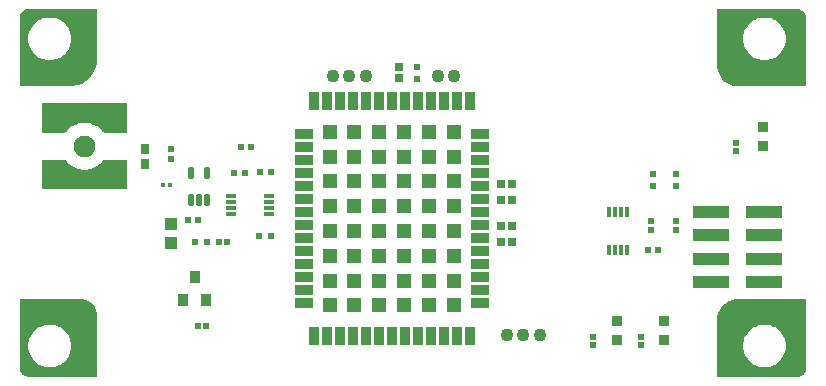
<source format=gbr>
G04*
G04 #@! TF.GenerationSoftware,Altium Limited,Altium Designer,22.4.2 (48)*
G04*
G04 Layer_Color=8388736*
%FSLAX25Y25*%
%MOIN*%
G70*
G04*
G04 #@! TF.SameCoordinates,B69760C6-9901-4916-8BAC-4CFDAA04743E*
G04*
G04*
G04 #@! TF.FilePolarity,Negative*
G04*
G01*
G75*
%ADD19R,0.01860X0.02288*%
%ADD20R,0.02288X0.01860*%
%ADD21R,0.01968X0.02362*%
%ADD22R,0.02362X0.01968*%
%ADD23R,0.19685X0.03937*%
%ADD24C,0.03937*%
%ADD31R,0.02423X0.02254*%
%ADD34R,0.02559X0.03347*%
%ADD35R,0.02254X0.02423*%
%ADD36R,0.01788X0.01428*%
%ADD41R,0.03543X0.03543*%
%ADD42C,0.04331*%
G04:AMPARAMS|DCode=43|XSize=19.75mil|YSize=37.47mil|CornerRadius=3.97mil|HoleSize=0mil|Usage=FLASHONLY|Rotation=180.000|XOffset=0mil|YOffset=0mil|HoleType=Round|Shape=RoundedRectangle|*
%AMROUNDEDRECTD43*
21,1,0.01975,0.02953,0,0,180.0*
21,1,0.01181,0.03747,0,0,180.0*
1,1,0.00794,-0.00591,0.01476*
1,1,0.00794,0.00591,0.01476*
1,1,0.00794,0.00591,-0.01476*
1,1,0.00794,-0.00591,-0.01476*
%
%ADD43ROUNDEDRECTD43*%
%ADD44R,0.03550X0.06306*%
%ADD45R,0.06306X0.03550*%
%ADD46R,0.04731X0.04731*%
%ADD47R,0.02835X0.02756*%
G04:AMPARAMS|DCode=48|XSize=15.81mil|YSize=35.5mil|CornerRadius=3.95mil|HoleSize=0mil|Usage=FLASHONLY|Rotation=90.000|XOffset=0mil|YOffset=0mil|HoleType=Round|Shape=RoundedRectangle|*
%AMROUNDEDRECTD48*
21,1,0.01581,0.02760,0,0,90.0*
21,1,0.00791,0.03550,0,0,90.0*
1,1,0.00790,0.01380,0.00396*
1,1,0.00790,0.01380,-0.00396*
1,1,0.00790,-0.01380,-0.00396*
1,1,0.00790,-0.01380,0.00396*
%
%ADD48ROUNDEDRECTD48*%
%ADD49R,0.03543X0.03937*%
%ADD50R,0.04331X0.03937*%
%ADD51R,0.02756X0.02835*%
%ADD52R,0.12014X0.04416*%
G04:AMPARAMS|DCode=53|XSize=15.81mil|YSize=35.5mil|CornerRadius=3.95mil|HoleSize=0mil|Usage=FLASHONLY|Rotation=0.000|XOffset=0mil|YOffset=0mil|HoleType=Round|Shape=RoundedRectangle|*
%AMROUNDEDRECTD53*
21,1,0.01581,0.02760,0,0,0.0*
21,1,0.00791,0.03550,0,0,0.0*
1,1,0.00790,0.00396,-0.01380*
1,1,0.00790,-0.00396,-0.01380*
1,1,0.00790,-0.00396,0.01380*
1,1,0.00790,0.00396,0.01380*
%
%ADD53ROUNDEDRECTD53*%
G36*
X26933Y106224D02*
X26846Y105379D01*
X26367Y103749D01*
X25599Y102234D01*
X24567Y100884D01*
X23305Y99746D01*
X21858Y98857D01*
X20272Y98247D01*
X18601Y97937D01*
X17752Y97937D01*
X1185D01*
Y120807D01*
X1185Y121102D01*
X1301Y121681D01*
X1528Y122226D01*
X1856Y122717D01*
X2274Y123134D01*
X2765Y123462D01*
X3311Y123688D01*
X3890Y123803D01*
X4185Y123803D01*
X4185Y123803D01*
X26933D01*
X26933Y106224D01*
D02*
G37*
G36*
X260268Y123803D02*
X260268Y123803D01*
X260268D01*
X260728Y123769D01*
X261095Y123701D01*
X261616Y123500D01*
X262090Y123207D01*
X262504Y122831D01*
X262841Y122387D01*
X263091Y121888D01*
X263245Y121352D01*
X263272Y121074D01*
X263272Y97937D01*
X241059Y97937D01*
X240347D01*
X238948Y98207D01*
X237626Y98738D01*
X236429Y99510D01*
X235400Y100495D01*
X234577Y101657D01*
X233988Y102954D01*
X233657Y104340D01*
X233626Y105051D01*
X233626Y123803D01*
X260268D01*
X260268Y123803D01*
D02*
G37*
G36*
X36835Y92250D02*
X36873Y92238D01*
X36908Y92220D01*
X36938Y92194D01*
X36963Y92164D01*
X36982Y92129D01*
X36993Y92092D01*
X36997Y92052D01*
Y82752D01*
X36993Y82713D01*
X36982Y82675D01*
X36963Y82641D01*
X36938Y82610D01*
X36908Y82585D01*
X36873Y82567D01*
X36835Y82555D01*
X36796Y82551D01*
X29258D01*
X29248Y82552D01*
X29237Y82553D01*
X29228Y82554D01*
X29219Y82555D01*
X29209Y82558D01*
X29198Y82561D01*
X29190Y82564D01*
X29181Y82567D01*
X29172Y82572D01*
X29162Y82576D01*
X29155Y82581D01*
X29147Y82585D01*
X29138Y82592D01*
X29129Y82598D01*
X29123Y82605D01*
X29116Y82610D01*
X29109Y82619D01*
X29102Y82626D01*
X28717Y83104D01*
X27846Y83960D01*
X26856Y84669D01*
X25768Y85216D01*
X24608Y85589D01*
X23405Y85777D01*
X22187D01*
X20984Y85589D01*
X19824Y85216D01*
X18736Y84669D01*
X17746Y83960D01*
X16875Y83104D01*
X16490Y82626D01*
X16483Y82619D01*
X16476Y82610D01*
X16469Y82605D01*
X16463Y82598D01*
X16454Y82592D01*
X16445Y82585D01*
X16437Y82581D01*
X16430Y82576D01*
X16420Y82572D01*
X16410Y82567D01*
X16402Y82564D01*
X16394Y82561D01*
X16383Y82558D01*
X16373Y82555D01*
X16364Y82554D01*
X16355Y82553D01*
X16344Y82552D01*
X16334Y82551D01*
X8796D01*
X8757Y82555D01*
X8719Y82567D01*
X8684Y82585D01*
X8654Y82610D01*
X8629Y82641D01*
X8610Y82675D01*
X8599Y82713D01*
X8595Y82752D01*
Y92052D01*
X8599Y92092D01*
X8610Y92129D01*
X8629Y92164D01*
X8654Y92194D01*
X8684Y92220D01*
X8719Y92238D01*
X8757Y92250D01*
X8796Y92253D01*
X36796D01*
X36835Y92250D01*
D02*
G37*
G36*
X23170Y81550D02*
X23827Y81419D01*
X23865Y81407D01*
X23865Y81407D01*
X24483Y81151D01*
X24518Y81133D01*
X25075Y80761D01*
X25105Y80735D01*
X25106Y80735D01*
X25579Y80262D01*
X25604Y80231D01*
X25976Y79675D01*
X25976Y79675D01*
X25995Y79640D01*
X26251Y79021D01*
X26262Y78983D01*
X26393Y78326D01*
X26397Y78287D01*
Y77952D01*
Y77618D01*
X26393Y77578D01*
X26262Y76921D01*
X26251Y76884D01*
X26251Y76884D01*
X25995Y76265D01*
X25976Y76230D01*
X25604Y75673D01*
X25579Y75643D01*
X25579Y75643D01*
X25105Y75169D01*
X25075Y75144D01*
X24518Y74772D01*
X24518Y74772D01*
X24483Y74754D01*
X23865Y74497D01*
X23827Y74486D01*
X23170Y74355D01*
X23131Y74351D01*
X22461D01*
X22422Y74355D01*
X21765Y74486D01*
X21727Y74497D01*
X21727Y74497D01*
X21109Y74754D01*
X21074Y74772D01*
X20517Y75144D01*
X20486Y75169D01*
X20486Y75169D01*
X20013Y75643D01*
X19988Y75673D01*
X19616Y76230D01*
X19616Y76230D01*
X19597Y76265D01*
X19341Y76884D01*
X19330Y76921D01*
X19199Y77578D01*
X19195Y77618D01*
Y77952D01*
Y78287D01*
X19199Y78326D01*
X19330Y78983D01*
X19341Y79021D01*
X19341Y79021D01*
X19597Y79640D01*
X19616Y79675D01*
X19988Y80231D01*
X20013Y80262D01*
X20013Y80262D01*
X20486Y80735D01*
X20517Y80761D01*
X21074Y81133D01*
X21074Y81133D01*
X21109Y81151D01*
X21727Y81407D01*
X21765Y81419D01*
X22422Y81550D01*
X22461Y81553D01*
X23131D01*
X23170Y81550D01*
D02*
G37*
G36*
X36835Y73349D02*
X36873Y73338D01*
X36908Y73320D01*
X36938Y73295D01*
X36963Y73264D01*
X36982Y73229D01*
X36993Y73192D01*
X36997Y73152D01*
Y63852D01*
X36993Y63813D01*
X36982Y63775D01*
X36963Y63741D01*
X36938Y63710D01*
X36908Y63685D01*
X36873Y63667D01*
X36835Y63655D01*
X36796Y63651D01*
X8796D01*
X8757Y63655D01*
X8719Y63667D01*
X8684Y63685D01*
X8654Y63710D01*
X8629Y63741D01*
X8610Y63775D01*
X8599Y63813D01*
X8595Y63852D01*
Y73152D01*
X8599Y73192D01*
X8610Y73229D01*
X8629Y73264D01*
X8654Y73295D01*
X8684Y73320D01*
X8719Y73338D01*
X8757Y73349D01*
X8796Y73353D01*
X16334D01*
X16344Y73352D01*
X16355Y73352D01*
X16364Y73350D01*
X16373Y73349D01*
X16383Y73346D01*
X16394Y73344D01*
X16402Y73341D01*
X16410Y73338D01*
X16420Y73333D01*
X16430Y73329D01*
X16437Y73324D01*
X16445Y73320D01*
X16454Y73312D01*
X16463Y73307D01*
X16469Y73300D01*
X16476Y73295D01*
X16483Y73286D01*
X16490Y73278D01*
X16875Y72801D01*
X17746Y71944D01*
X18736Y71236D01*
X19824Y70688D01*
X20984Y70316D01*
X22187Y70128D01*
X23405D01*
X24608Y70316D01*
X25768Y70688D01*
X26855Y71235D01*
X27846Y71944D01*
X28717Y72801D01*
X29102Y73278D01*
X29109Y73286D01*
X29116Y73295D01*
X29123Y73300D01*
X29129Y73307D01*
X29138Y73313D01*
X29147Y73320D01*
X29155Y73324D01*
X29162Y73329D01*
X29172Y73333D01*
X29181Y73338D01*
X29190Y73341D01*
X29198Y73344D01*
X29209Y73346D01*
X29219Y73349D01*
X29228Y73350D01*
X29237Y73352D01*
X29248Y73352D01*
X29258Y73353D01*
X36796Y73353D01*
X36835Y73349D01*
D02*
G37*
G36*
X23143Y26843D02*
X24075Y26473D01*
X24920Y25934D01*
X25649Y25246D01*
X26236Y24433D01*
X26659Y23524D01*
X26904Y22552D01*
X26933Y22051D01*
X26933Y1165D01*
X4197D01*
X3909Y1165D01*
X3344Y1274D01*
X2810Y1488D01*
X2325Y1799D01*
X1909Y2196D01*
X1575Y2664D01*
X1335Y3188D01*
X1199Y3747D01*
X1185Y4034D01*
Y27031D01*
X21657D01*
X21657Y27031D01*
X21657Y27031D01*
X22159Y27031D01*
X23143Y26843D01*
D02*
G37*
G36*
X263353Y3912D02*
X263330Y3630D01*
X263180Y3083D01*
X262931Y2574D01*
X262592Y2119D01*
X262175Y1735D01*
X261695Y1435D01*
X261166Y1229D01*
X260810Y1162D01*
X260326Y1124D01*
X233708Y1124D01*
X233708Y20395D01*
X233742Y21057D01*
X234060Y22343D01*
X234614Y23546D01*
X235386Y24623D01*
X236347Y25535D01*
X237463Y26249D01*
X238693Y26740D01*
X239994Y26990D01*
X240656D01*
X240656Y26990D01*
X263353D01*
X263353Y3912D01*
D02*
G37*
%LPC*%
G36*
X11825Y120886D02*
X10623D01*
X10525Y120866D01*
X10424D01*
X9245Y120632D01*
X9153Y120593D01*
X9054Y120574D01*
X7944Y120114D01*
X7860Y120058D01*
X7767Y120019D01*
X6768Y119351D01*
X6697Y119281D01*
X6613Y119225D01*
X5763Y118375D01*
X5708Y118291D01*
X5637Y118220D01*
X4969Y117221D01*
X4930Y117128D01*
X4875Y117044D01*
X4415Y115934D01*
X4395Y115835D01*
X4357Y115743D01*
X4122Y114564D01*
Y114463D01*
X4103Y114365D01*
Y113764D01*
Y113163D01*
X4122Y113064D01*
Y112964D01*
X4357Y111785D01*
X4395Y111692D01*
X4415Y111594D01*
X4875Y110483D01*
X4930Y110399D01*
X4969Y110307D01*
X5637Y109307D01*
X5708Y109236D01*
X5763Y109153D01*
X6613Y108303D01*
X6697Y108247D01*
X6768Y108176D01*
X7767Y107508D01*
X7860Y107470D01*
X7944Y107414D01*
X9054Y106954D01*
X9153Y106934D01*
X9245Y106896D01*
X10424Y106661D01*
X10525D01*
X10623Y106642D01*
X11825D01*
X11924Y106661D01*
X12024D01*
X13203Y106896D01*
X13296Y106934D01*
X13395Y106954D01*
X14505Y107414D01*
X14589Y107470D01*
X14681Y107508D01*
X15681Y108176D01*
X15752Y108247D01*
X15835Y108303D01*
X16685Y109153D01*
X16741Y109236D01*
X16812Y109307D01*
X17480Y110307D01*
X17518Y110399D01*
X17574Y110483D01*
X18034Y111594D01*
X18054Y111692D01*
X18092Y111785D01*
X18327Y112964D01*
Y113064D01*
X18346Y113163D01*
Y113764D01*
Y114365D01*
X18327Y114463D01*
Y114564D01*
X18092Y115743D01*
X18054Y115835D01*
X18034Y115934D01*
X17574Y117044D01*
X17518Y117128D01*
X17480Y117221D01*
X16812Y118220D01*
X16741Y118291D01*
X16685Y118375D01*
X15835Y119225D01*
X15752Y119281D01*
X15681Y119351D01*
X14681Y120019D01*
X14589Y120058D01*
X14505Y120114D01*
X13395Y120574D01*
X13296Y120593D01*
X13203Y120632D01*
X12024Y120866D01*
X11924D01*
X11825Y120886D01*
D02*
G37*
G36*
X250014D02*
X248812D01*
X248714Y120866D01*
X248613D01*
X247434Y120632D01*
X247342Y120593D01*
X247243Y120574D01*
X246133Y120114D01*
X246049Y120058D01*
X245956Y120019D01*
X244957Y119351D01*
X244886Y119281D01*
X244802Y119225D01*
X243952Y118375D01*
X243897Y118291D01*
X243826Y118220D01*
X243158Y117221D01*
X243119Y117128D01*
X243064Y117044D01*
X242604Y115934D01*
X242584Y115835D01*
X242546Y115743D01*
X242311Y114564D01*
Y114463D01*
X242291Y114365D01*
Y113163D01*
X242311Y113064D01*
Y112964D01*
X242546Y111785D01*
X242584Y111692D01*
X242604Y111594D01*
X243064Y110483D01*
X243119Y110399D01*
X243158Y110307D01*
X243826Y109307D01*
X243897Y109236D01*
X243952Y109153D01*
X244802Y108303D01*
X244886Y108247D01*
X244957Y108176D01*
X245956Y107508D01*
X246049Y107470D01*
X246133Y107414D01*
X247243Y106954D01*
X247342Y106934D01*
X247434Y106896D01*
X248613Y106661D01*
X248714D01*
X248812Y106642D01*
X250014D01*
X250113Y106661D01*
X250213D01*
X251392Y106896D01*
X251485Y106934D01*
X251584Y106954D01*
X252694Y107414D01*
X252778Y107470D01*
X252870Y107508D01*
X253870Y108176D01*
X253941Y108247D01*
X254024Y108303D01*
X254874Y109153D01*
X254930Y109236D01*
X255001Y109307D01*
X255669Y110307D01*
X255707Y110399D01*
X255763Y110483D01*
X256223Y111594D01*
X256243Y111692D01*
X256281Y111785D01*
X256516Y112964D01*
Y113064D01*
X256535Y113163D01*
Y114365D01*
X256516Y114463D01*
Y114564D01*
X256281Y115743D01*
X256243Y115835D01*
X256223Y115934D01*
X255763Y117044D01*
X255707Y117128D01*
X255669Y117221D01*
X255001Y118220D01*
X254930Y118291D01*
X254874Y118375D01*
X254024Y119225D01*
X253941Y119281D01*
X253870Y119351D01*
X252870Y120019D01*
X252778Y120058D01*
X252694Y120114D01*
X251584Y120574D01*
X251485Y120593D01*
X251392Y120632D01*
X250213Y120866D01*
X250113D01*
X250014Y120886D01*
D02*
G37*
G36*
X11825Y18523D02*
X10623D01*
X10525Y18504D01*
X10424D01*
X9245Y18269D01*
X9153Y18231D01*
X9054Y18211D01*
X7944Y17751D01*
X7860Y17696D01*
X7767Y17657D01*
X6768Y16989D01*
X6697Y16918D01*
X6613Y16862D01*
X5763Y16013D01*
X5708Y15929D01*
X5637Y15858D01*
X4969Y14859D01*
X4930Y14766D01*
X4875Y14682D01*
X4415Y13572D01*
X4395Y13473D01*
X4357Y13381D01*
X4122Y12201D01*
Y12101D01*
X4103Y12003D01*
Y10801D01*
X4122Y10702D01*
Y10602D01*
X4357Y9423D01*
X4395Y9330D01*
X4415Y9231D01*
X4875Y8121D01*
X4930Y8037D01*
X4969Y7945D01*
X5637Y6945D01*
X5708Y6874D01*
X5763Y6791D01*
X6613Y5941D01*
X6697Y5885D01*
X6768Y5814D01*
X7767Y5146D01*
X7860Y5108D01*
X7944Y5052D01*
X9054Y4592D01*
X9153Y4572D01*
X9245Y4534D01*
X10424Y4299D01*
X10525D01*
X10623Y4280D01*
X11825D01*
X11924Y4299D01*
X12024D01*
X13203Y4534D01*
X13296Y4572D01*
X13395Y4592D01*
X14505Y5052D01*
X14589Y5108D01*
X14681Y5146D01*
X15681Y5814D01*
X15752Y5885D01*
X15835Y5941D01*
X16685Y6791D01*
X16741Y6874D01*
X16812Y6945D01*
X17480Y7945D01*
X17518Y8037D01*
X17574Y8121D01*
X18034Y9231D01*
X18054Y9330D01*
X18092Y9423D01*
X18327Y10602D01*
Y10702D01*
X18346Y10801D01*
Y12003D01*
X18327Y12101D01*
Y12201D01*
X18092Y13381D01*
X18054Y13473D01*
X18034Y13572D01*
X17574Y14682D01*
X17518Y14766D01*
X17480Y14859D01*
X16812Y15858D01*
X16741Y15929D01*
X16685Y16013D01*
X15835Y16862D01*
X15752Y16918D01*
X15681Y16989D01*
X14681Y17657D01*
X14589Y17696D01*
X14505Y17751D01*
X13395Y18211D01*
X13296Y18231D01*
X13203Y18269D01*
X12024Y18504D01*
X11924D01*
X11825Y18523D01*
D02*
G37*
G36*
X250014D02*
X248812D01*
X248714Y18504D01*
X248613D01*
X247434Y18269D01*
X247342Y18231D01*
X247243Y18211D01*
X246133Y17751D01*
X246049Y17696D01*
X245956Y17657D01*
X244957Y16989D01*
X244886Y16918D01*
X244802Y16862D01*
X243952Y16013D01*
X243897Y15929D01*
X243826Y15858D01*
X243158Y14859D01*
X243119Y14766D01*
X243064Y14682D01*
X242604Y13572D01*
X242584Y13473D01*
X242546Y13381D01*
X242311Y12201D01*
Y12101D01*
X242291Y12003D01*
Y10801D01*
X242311Y10702D01*
Y10602D01*
X242546Y9423D01*
X242584Y9330D01*
X242604Y9231D01*
X243064Y8121D01*
X243119Y8037D01*
X243158Y7945D01*
X243826Y6945D01*
X243897Y6874D01*
X243952Y6791D01*
X244802Y5941D01*
X244886Y5885D01*
X244957Y5814D01*
X245956Y5146D01*
X246049Y5108D01*
X246133Y5052D01*
X247243Y4592D01*
X247342Y4572D01*
X247434Y4534D01*
X248613Y4299D01*
X248714D01*
X248812Y4280D01*
X250014D01*
X250113Y4299D01*
X250213D01*
X251392Y4534D01*
X251485Y4572D01*
X251584Y4592D01*
X252694Y5052D01*
X252778Y5108D01*
X252870Y5146D01*
X253870Y5814D01*
X253941Y5885D01*
X254024Y5941D01*
X254874Y6791D01*
X254930Y6874D01*
X255001Y6945D01*
X255669Y7945D01*
X255707Y8037D01*
X255763Y8121D01*
X256223Y9231D01*
X256243Y9330D01*
X256281Y9423D01*
X256516Y10602D01*
Y10702D01*
X256535Y10801D01*
Y12003D01*
X256516Y12101D01*
Y12201D01*
X256281Y13381D01*
X256243Y13473D01*
X256223Y13572D01*
X255763Y14682D01*
X255707Y14766D01*
X255669Y14859D01*
X255001Y15858D01*
X254930Y15929D01*
X254874Y16013D01*
X254024Y16862D01*
X253941Y16918D01*
X253870Y16989D01*
X252870Y17657D01*
X252778Y17696D01*
X252694Y17751D01*
X251584Y18211D01*
X251485Y18231D01*
X251392Y18269D01*
X250213Y18504D01*
X250113D01*
X250014Y18523D01*
D02*
G37*
%LPD*%
D19*
X208132Y14520D02*
D03*
Y11642D02*
D03*
X239900Y79220D02*
D03*
Y76341D02*
D03*
X192400Y14520D02*
D03*
Y11642D02*
D03*
X211600Y52939D02*
D03*
Y50061D02*
D03*
X219800D02*
D03*
Y52939D02*
D03*
D20*
X63439Y18180D02*
D03*
X60561D02*
D03*
X70439Y46000D02*
D03*
X67561D02*
D03*
D21*
X84969Y48200D02*
D03*
X81032D02*
D03*
X81132Y69300D02*
D03*
X85069D02*
D03*
X63468Y46000D02*
D03*
X59531D02*
D03*
D22*
X212400Y68568D02*
D03*
Y64631D02*
D03*
X220100Y68568D02*
D03*
Y64631D02*
D03*
X133500Y100531D02*
D03*
Y104469D02*
D03*
D23*
X22795Y66472D02*
D03*
X21795Y88953D02*
D03*
D24*
X22796Y77952D02*
D03*
D31*
X76163Y69089D02*
D03*
X72789D02*
D03*
X210490Y43400D02*
D03*
X213864D02*
D03*
X78187Y77600D02*
D03*
X74813D02*
D03*
X60687Y53500D02*
D03*
X57313D02*
D03*
D34*
X43000Y72039D02*
D03*
Y76961D02*
D03*
D35*
X51500Y73813D02*
D03*
Y77187D02*
D03*
D36*
X51198Y65000D02*
D03*
X48802D02*
D03*
D41*
X249100Y84548D02*
D03*
Y78052D02*
D03*
X200168Y19848D02*
D03*
Y13352D02*
D03*
X215900D02*
D03*
Y19848D02*
D03*
D42*
X146000Y101500D02*
D03*
X140500D02*
D03*
X116500D02*
D03*
X111000D02*
D03*
X105500D02*
D03*
X174500Y15000D02*
D03*
X169000D02*
D03*
X163500D02*
D03*
D43*
X58441Y68929D02*
D03*
X63559D02*
D03*
Y60071D02*
D03*
X61000D02*
D03*
X58441D02*
D03*
D44*
X151154Y93039D02*
D03*
X146823D02*
D03*
X142492D02*
D03*
X138161D02*
D03*
X133831D02*
D03*
X129500D02*
D03*
X125169D02*
D03*
X112177D02*
D03*
X107846D02*
D03*
X103516D02*
D03*
X116508D02*
D03*
X120839D02*
D03*
X99185D02*
D03*
Y14693D02*
D03*
X103516D02*
D03*
X107846D02*
D03*
X112177D02*
D03*
X116508D02*
D03*
X120839D02*
D03*
X125169D02*
D03*
X129500D02*
D03*
X133831D02*
D03*
X138161D02*
D03*
X142492D02*
D03*
X146823D02*
D03*
X151154D02*
D03*
D45*
X95839Y82016D02*
D03*
Y77685D02*
D03*
Y73354D02*
D03*
Y69024D02*
D03*
Y64693D02*
D03*
Y60362D02*
D03*
Y56032D02*
D03*
Y51701D02*
D03*
Y47370D02*
D03*
Y43039D02*
D03*
Y38709D02*
D03*
Y34378D02*
D03*
Y30047D02*
D03*
Y25717D02*
D03*
X154500D02*
D03*
Y30047D02*
D03*
Y34378D02*
D03*
Y38709D02*
D03*
Y43039D02*
D03*
Y47370D02*
D03*
Y51701D02*
D03*
Y56032D02*
D03*
Y60362D02*
D03*
Y64693D02*
D03*
Y69024D02*
D03*
Y73354D02*
D03*
Y77685D02*
D03*
Y82016D02*
D03*
D46*
X104500Y24929D02*
D03*
Y33197D02*
D03*
Y41465D02*
D03*
Y49732D02*
D03*
Y58000D02*
D03*
Y66268D02*
D03*
Y74535D02*
D03*
X104500Y82803D02*
D03*
X112768Y24929D02*
D03*
Y33197D02*
D03*
Y41465D02*
D03*
Y49732D02*
D03*
Y58000D02*
D03*
Y66268D02*
D03*
Y74535D02*
D03*
X112768Y82803D02*
D03*
X121035Y24929D02*
D03*
Y33197D02*
D03*
Y41465D02*
D03*
Y49732D02*
D03*
Y58000D02*
D03*
Y66268D02*
D03*
Y74535D02*
D03*
X121035Y82803D02*
D03*
X129303Y24929D02*
D03*
Y33197D02*
D03*
Y41465D02*
D03*
Y49732D02*
D03*
Y58000D02*
D03*
Y66268D02*
D03*
Y74535D02*
D03*
X129303Y82803D02*
D03*
X137571Y24929D02*
D03*
Y33197D02*
D03*
Y41465D02*
D03*
Y49732D02*
D03*
Y58000D02*
D03*
Y66268D02*
D03*
Y74535D02*
D03*
X137571Y82803D02*
D03*
X145838Y24929D02*
D03*
Y33197D02*
D03*
Y41465D02*
D03*
Y49732D02*
D03*
Y58000D02*
D03*
Y66268D02*
D03*
Y74535D02*
D03*
X145838Y82803D02*
D03*
D47*
X127500Y104311D02*
D03*
Y100689D02*
D03*
D48*
X84299Y55347D02*
D03*
Y57316D02*
D03*
Y59284D02*
D03*
Y61253D02*
D03*
X71701Y55347D02*
D03*
Y57316D02*
D03*
Y59284D02*
D03*
Y61253D02*
D03*
D49*
X55760Y26563D02*
D03*
X63240D02*
D03*
X59500Y34437D02*
D03*
D50*
X51500Y45850D02*
D03*
Y52150D02*
D03*
D51*
X161689Y46000D02*
D03*
X165311D02*
D03*
Y51500D02*
D03*
X161689D02*
D03*
X165311Y60000D02*
D03*
X161689D02*
D03*
Y65500D02*
D03*
X165311D02*
D03*
D52*
X249390Y32598D02*
D03*
Y40472D02*
D03*
Y48346D02*
D03*
Y56221D02*
D03*
X231476Y32598D02*
D03*
Y40472D02*
D03*
Y48346D02*
D03*
Y56221D02*
D03*
D53*
X197647Y43401D02*
D03*
X199616D02*
D03*
X201584D02*
D03*
X203553D02*
D03*
X197647Y55999D02*
D03*
X199616D02*
D03*
X201584D02*
D03*
X203553D02*
D03*
M02*

</source>
